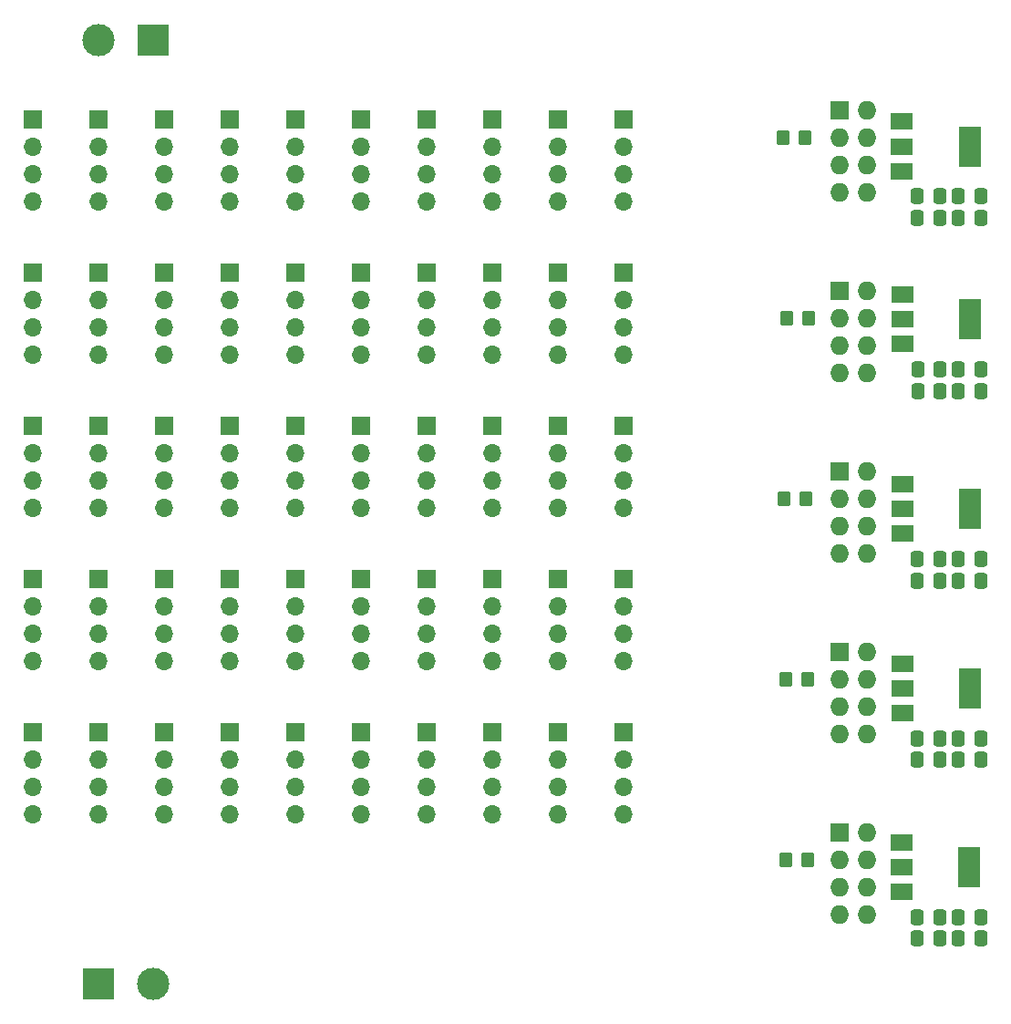
<source format=gbr>
%TF.GenerationSoftware,KiCad,Pcbnew,(6.0.4)*%
%TF.CreationDate,2022-04-03T13:08:36+08:00*%
%TF.ProjectId,Main_Board_Master,4d61696e-5f42-46f6-9172-645f4d617374,rev?*%
%TF.SameCoordinates,Original*%
%TF.FileFunction,Soldermask,Top*%
%TF.FilePolarity,Negative*%
%FSLAX46Y46*%
G04 Gerber Fmt 4.6, Leading zero omitted, Abs format (unit mm)*
G04 Created by KiCad (PCBNEW (6.0.4)) date 2022-04-03 13:08:36*
%MOMM*%
%LPD*%
G01*
G04 APERTURE LIST*
G04 Aperture macros list*
%AMRoundRect*
0 Rectangle with rounded corners*
0 $1 Rounding radius*
0 $2 $3 $4 $5 $6 $7 $8 $9 X,Y pos of 4 corners*
0 Add a 4 corners polygon primitive as box body*
4,1,4,$2,$3,$4,$5,$6,$7,$8,$9,$2,$3,0*
0 Add four circle primitives for the rounded corners*
1,1,$1+$1,$2,$3*
1,1,$1+$1,$4,$5*
1,1,$1+$1,$6,$7*
1,1,$1+$1,$8,$9*
0 Add four rect primitives between the rounded corners*
20,1,$1+$1,$2,$3,$4,$5,0*
20,1,$1+$1,$4,$5,$6,$7,0*
20,1,$1+$1,$6,$7,$8,$9,0*
20,1,$1+$1,$8,$9,$2,$3,0*%
G04 Aperture macros list end*
%ADD10R,1.700000X1.700000*%
%ADD11O,1.700000X1.700000*%
%ADD12R,3.000000X3.000000*%
%ADD13C,3.000000*%
%ADD14RoundRect,0.250000X-0.337500X-0.475000X0.337500X-0.475000X0.337500X0.475000X-0.337500X0.475000X0*%
%ADD15RoundRect,0.250000X0.337500X0.475000X-0.337500X0.475000X-0.337500X-0.475000X0.337500X-0.475000X0*%
%ADD16RoundRect,0.249999X0.350001X0.450001X-0.350001X0.450001X-0.350001X-0.450001X0.350001X-0.450001X0*%
%ADD17R,1.727200X1.727200*%
%ADD18O,1.727200X1.727200*%
%ADD19R,2.000000X1.500000*%
%ADD20R,2.000000X3.800000*%
G04 APERTURE END LIST*
D10*
%TO.C,J1*%
X229666800Y-31927800D03*
D11*
X229666800Y-34467800D03*
X229666800Y-37007800D03*
X229666800Y-39547800D03*
%TD*%
D10*
%TO.C,J2*%
X223570800Y-31927800D03*
D11*
X223570800Y-34467800D03*
X223570800Y-37007800D03*
X223570800Y-39547800D03*
%TD*%
D10*
%TO.C,J3*%
X217474800Y-31927800D03*
D11*
X217474800Y-34467800D03*
X217474800Y-37007800D03*
X217474800Y-39547800D03*
%TD*%
D10*
%TO.C,J4*%
X211378800Y-31927800D03*
D11*
X211378800Y-34467800D03*
X211378800Y-37007800D03*
X211378800Y-39547800D03*
%TD*%
D10*
%TO.C,J5*%
X205282800Y-31927800D03*
D11*
X205282800Y-34467800D03*
X205282800Y-37007800D03*
X205282800Y-39547800D03*
%TD*%
D10*
%TO.C,J6*%
X199186800Y-31927800D03*
D11*
X199186800Y-34467800D03*
X199186800Y-37007800D03*
X199186800Y-39547800D03*
%TD*%
D10*
%TO.C,J7*%
X193090800Y-31927800D03*
D11*
X193090800Y-34467800D03*
X193090800Y-37007800D03*
X193090800Y-39547800D03*
%TD*%
D10*
%TO.C,J8*%
X186994800Y-31927800D03*
D11*
X186994800Y-34467800D03*
X186994800Y-37007800D03*
X186994800Y-39547800D03*
%TD*%
D10*
%TO.C,J9*%
X180898800Y-31927800D03*
D11*
X180898800Y-34467800D03*
X180898800Y-37007800D03*
X180898800Y-39547800D03*
%TD*%
D10*
%TO.C,J10*%
X174802800Y-31927800D03*
D11*
X174802800Y-34467800D03*
X174802800Y-37007800D03*
X174802800Y-39547800D03*
%TD*%
D10*
%TO.C,J12*%
X229666800Y-46151800D03*
D11*
X229666800Y-48691800D03*
X229666800Y-51231800D03*
X229666800Y-53771800D03*
%TD*%
D10*
%TO.C,J13*%
X223570800Y-46151800D03*
D11*
X223570800Y-48691800D03*
X223570800Y-51231800D03*
X223570800Y-53771800D03*
%TD*%
D10*
%TO.C,J14*%
X217474800Y-46151800D03*
D11*
X217474800Y-48691800D03*
X217474800Y-51231800D03*
X217474800Y-53771800D03*
%TD*%
D10*
%TO.C,J15*%
X211378800Y-46151800D03*
D11*
X211378800Y-48691800D03*
X211378800Y-51231800D03*
X211378800Y-53771800D03*
%TD*%
D10*
%TO.C,J16*%
X205282800Y-46151800D03*
D11*
X205282800Y-48691800D03*
X205282800Y-51231800D03*
X205282800Y-53771800D03*
%TD*%
D10*
%TO.C,J17*%
X199186800Y-46151800D03*
D11*
X199186800Y-48691800D03*
X199186800Y-51231800D03*
X199186800Y-53771800D03*
%TD*%
D10*
%TO.C,J18*%
X193090800Y-46151800D03*
D11*
X193090800Y-48691800D03*
X193090800Y-51231800D03*
X193090800Y-53771800D03*
%TD*%
D10*
%TO.C,J19*%
X186994800Y-46151800D03*
D11*
X186994800Y-48691800D03*
X186994800Y-51231800D03*
X186994800Y-53771800D03*
%TD*%
D10*
%TO.C,J20*%
X180898800Y-46151800D03*
D11*
X180898800Y-48691800D03*
X180898800Y-51231800D03*
X180898800Y-53771800D03*
%TD*%
D10*
%TO.C,J21*%
X174802800Y-46151800D03*
D11*
X174802800Y-48691800D03*
X174802800Y-51231800D03*
X174802800Y-53771800D03*
%TD*%
D10*
%TO.C,J23*%
X229666800Y-60375800D03*
D11*
X229666800Y-62915800D03*
X229666800Y-65455800D03*
X229666800Y-67995800D03*
%TD*%
D10*
%TO.C,J24*%
X223570800Y-60375800D03*
D11*
X223570800Y-62915800D03*
X223570800Y-65455800D03*
X223570800Y-67995800D03*
%TD*%
D10*
%TO.C,J25*%
X217474800Y-60375800D03*
D11*
X217474800Y-62915800D03*
X217474800Y-65455800D03*
X217474800Y-67995800D03*
%TD*%
D10*
%TO.C,J26*%
X211378800Y-60375800D03*
D11*
X211378800Y-62915800D03*
X211378800Y-65455800D03*
X211378800Y-67995800D03*
%TD*%
D10*
%TO.C,J27*%
X205282800Y-60375800D03*
D11*
X205282800Y-62915800D03*
X205282800Y-65455800D03*
X205282800Y-67995800D03*
%TD*%
D10*
%TO.C,J28*%
X199186800Y-60375800D03*
D11*
X199186800Y-62915800D03*
X199186800Y-65455800D03*
X199186800Y-67995800D03*
%TD*%
D10*
%TO.C,J29*%
X193090800Y-60375800D03*
D11*
X193090800Y-62915800D03*
X193090800Y-65455800D03*
X193090800Y-67995800D03*
%TD*%
D10*
%TO.C,J30*%
X186994800Y-60375800D03*
D11*
X186994800Y-62915800D03*
X186994800Y-65455800D03*
X186994800Y-67995800D03*
%TD*%
D10*
%TO.C,J31*%
X180898800Y-60375800D03*
D11*
X180898800Y-62915800D03*
X180898800Y-65455800D03*
X180898800Y-67995800D03*
%TD*%
D10*
%TO.C,J32*%
X174802800Y-60375800D03*
D11*
X174802800Y-62915800D03*
X174802800Y-65455800D03*
X174802800Y-67995800D03*
%TD*%
D10*
%TO.C,J34*%
X229666800Y-74599800D03*
D11*
X229666800Y-77139800D03*
X229666800Y-79679800D03*
X229666800Y-82219800D03*
%TD*%
D10*
%TO.C,J35*%
X223570800Y-74599800D03*
D11*
X223570800Y-77139800D03*
X223570800Y-79679800D03*
X223570800Y-82219800D03*
%TD*%
D10*
%TO.C,J36*%
X217474800Y-74599800D03*
D11*
X217474800Y-77139800D03*
X217474800Y-79679800D03*
X217474800Y-82219800D03*
%TD*%
D10*
%TO.C,J37*%
X211378800Y-74599800D03*
D11*
X211378800Y-77139800D03*
X211378800Y-79679800D03*
X211378800Y-82219800D03*
%TD*%
D10*
%TO.C,J38*%
X205282800Y-74599800D03*
D11*
X205282800Y-77139800D03*
X205282800Y-79679800D03*
X205282800Y-82219800D03*
%TD*%
D10*
%TO.C,J39*%
X199186800Y-74599800D03*
D11*
X199186800Y-77139800D03*
X199186800Y-79679800D03*
X199186800Y-82219800D03*
%TD*%
D10*
%TO.C,J40*%
X193090800Y-74599800D03*
D11*
X193090800Y-77139800D03*
X193090800Y-79679800D03*
X193090800Y-82219800D03*
%TD*%
D10*
%TO.C,J41*%
X186994800Y-74599800D03*
D11*
X186994800Y-77139800D03*
X186994800Y-79679800D03*
X186994800Y-82219800D03*
%TD*%
D10*
%TO.C,J42*%
X180898800Y-74599800D03*
D11*
X180898800Y-77139800D03*
X180898800Y-79679800D03*
X180898800Y-82219800D03*
%TD*%
D10*
%TO.C,J43*%
X174802800Y-74599800D03*
D11*
X174802800Y-77139800D03*
X174802800Y-79679800D03*
X174802800Y-82219800D03*
%TD*%
D10*
%TO.C,J45*%
X229666800Y-88823800D03*
D11*
X229666800Y-91363800D03*
X229666800Y-93903800D03*
X229666800Y-96443800D03*
%TD*%
D10*
%TO.C,J46*%
X223570800Y-88823800D03*
D11*
X223570800Y-91363800D03*
X223570800Y-93903800D03*
X223570800Y-96443800D03*
%TD*%
D10*
%TO.C,J47*%
X217474800Y-88823800D03*
D11*
X217474800Y-91363800D03*
X217474800Y-93903800D03*
X217474800Y-96443800D03*
%TD*%
D10*
%TO.C,J48*%
X211378800Y-88823800D03*
D11*
X211378800Y-91363800D03*
X211378800Y-93903800D03*
X211378800Y-96443800D03*
%TD*%
D10*
%TO.C,J49*%
X205282800Y-88823800D03*
D11*
X205282800Y-91363800D03*
X205282800Y-93903800D03*
X205282800Y-96443800D03*
%TD*%
D10*
%TO.C,J50*%
X199186800Y-88823800D03*
D11*
X199186800Y-91363800D03*
X199186800Y-93903800D03*
X199186800Y-96443800D03*
%TD*%
D10*
%TO.C,J51*%
X193090800Y-88823800D03*
D11*
X193090800Y-91363800D03*
X193090800Y-93903800D03*
X193090800Y-96443800D03*
%TD*%
D10*
%TO.C,J52*%
X186994800Y-88823800D03*
D11*
X186994800Y-91363800D03*
X186994800Y-93903800D03*
X186994800Y-96443800D03*
%TD*%
D10*
%TO.C,J53*%
X180898800Y-88823800D03*
D11*
X180898800Y-91363800D03*
X180898800Y-93903800D03*
X180898800Y-96443800D03*
%TD*%
D10*
%TO.C,J54*%
X174802800Y-88823800D03*
D11*
X174802800Y-91363800D03*
X174802800Y-93903800D03*
X174802800Y-96443800D03*
%TD*%
D12*
%TO.C,J56*%
X180898800Y-112191800D03*
D13*
X185978800Y-112191800D03*
%TD*%
D14*
%TO.C,C1*%
X256921000Y-41122600D03*
X258996000Y-41122600D03*
%TD*%
%TO.C,C2*%
X256924900Y-39116000D03*
X258999900Y-39116000D03*
%TD*%
D15*
%TO.C,C3*%
X262809900Y-39116000D03*
X260734900Y-39116000D03*
%TD*%
%TO.C,C4*%
X262809900Y-41122600D03*
X260734900Y-41122600D03*
%TD*%
D14*
%TO.C,C5*%
X256950300Y-57175400D03*
X259025300Y-57175400D03*
%TD*%
%TO.C,C6*%
X256950300Y-55168800D03*
X259025300Y-55168800D03*
%TD*%
D15*
%TO.C,C7*%
X262809900Y-55168800D03*
X260734900Y-55168800D03*
%TD*%
%TO.C,C8*%
X262809900Y-57175400D03*
X260734900Y-57175400D03*
%TD*%
D14*
%TO.C,C9*%
X256923400Y-74792900D03*
X258998400Y-74792900D03*
%TD*%
%TO.C,C10*%
X256924900Y-72796400D03*
X258999900Y-72796400D03*
%TD*%
D15*
%TO.C,C11*%
X262809900Y-72796400D03*
X260734900Y-72796400D03*
%TD*%
%TO.C,C12*%
X262809900Y-74803000D03*
X260734900Y-74803000D03*
%TD*%
D14*
%TO.C,C13*%
X256924900Y-91440000D03*
X258999900Y-91440000D03*
%TD*%
%TO.C,C14*%
X256924900Y-89433400D03*
X258999900Y-89433400D03*
%TD*%
D15*
%TO.C,C15*%
X262809900Y-89433400D03*
X260734900Y-89433400D03*
%TD*%
%TO.C,C16*%
X262809900Y-91440000D03*
X260734900Y-91440000D03*
%TD*%
D14*
%TO.C,C17*%
X256924900Y-108026200D03*
X258999900Y-108026200D03*
%TD*%
%TO.C,C18*%
X256931600Y-106020500D03*
X259006600Y-106020500D03*
%TD*%
D15*
%TO.C,C19*%
X262809900Y-106019600D03*
X260734900Y-106019600D03*
%TD*%
%TO.C,C20*%
X262809900Y-108026200D03*
X260734900Y-108026200D03*
%TD*%
D12*
%TO.C,J57*%
X185978800Y-24612600D03*
D13*
X180898800Y-24612600D03*
%TD*%
D16*
%TO.C,R1*%
X246440200Y-33629600D03*
X244440200Y-33629600D03*
%TD*%
%TO.C,R2*%
X246795800Y-50393600D03*
X244795800Y-50393600D03*
%TD*%
%TO.C,R3*%
X246541800Y-67208400D03*
X244541800Y-67208400D03*
%TD*%
%TO.C,R4*%
X246694200Y-83947000D03*
X244694200Y-83947000D03*
%TD*%
%TO.C,R5*%
X246694200Y-100711000D03*
X244694200Y-100711000D03*
%TD*%
D17*
%TO.C,U1*%
X249656600Y-31089600D03*
D18*
X252196600Y-31089600D03*
X249656600Y-33629600D03*
X252196600Y-33629600D03*
X249656600Y-36169600D03*
X252196600Y-36169600D03*
X249656600Y-38709600D03*
X252196600Y-38709600D03*
%TD*%
D17*
%TO.C,U2*%
X249656600Y-47859950D03*
D18*
X252196600Y-47859950D03*
X249656600Y-50399950D03*
X252196600Y-50399950D03*
X249656600Y-52939950D03*
X252196600Y-52939950D03*
X249656600Y-55479950D03*
X252196600Y-55479950D03*
%TD*%
D17*
%TO.C,U3*%
X249656600Y-64630300D03*
D18*
X252196600Y-64630300D03*
X249656600Y-67170300D03*
X252196600Y-67170300D03*
X249656600Y-69710300D03*
X252196600Y-69710300D03*
X249656600Y-72250300D03*
X252196600Y-72250300D03*
%TD*%
D17*
%TO.C,U4*%
X249656600Y-81400650D03*
D18*
X252196600Y-81400650D03*
X249656600Y-83940650D03*
X252196600Y-83940650D03*
X249656600Y-86480650D03*
X252196600Y-86480650D03*
X249656600Y-89020650D03*
X252196600Y-89020650D03*
%TD*%
D17*
%TO.C,U5*%
X249656600Y-98171000D03*
D18*
X252196600Y-98171000D03*
X249656600Y-100711000D03*
X252196600Y-100711000D03*
X249656600Y-103251000D03*
X252196600Y-103251000D03*
X249656600Y-105791000D03*
X252196600Y-105791000D03*
%TD*%
D19*
%TO.C,U6*%
X255472800Y-32167800D03*
D20*
X261772800Y-34467800D03*
D19*
X255472800Y-34467800D03*
X255472800Y-36767800D03*
%TD*%
%TO.C,U7*%
X255523600Y-48220600D03*
D20*
X261823600Y-50520600D03*
D19*
X255523600Y-50520600D03*
X255523600Y-52820600D03*
%TD*%
%TO.C,U8*%
X255523600Y-65848200D03*
X255523600Y-68148200D03*
D20*
X261823600Y-68148200D03*
D19*
X255523600Y-70448200D03*
%TD*%
%TO.C,U9*%
X255498200Y-82485200D03*
D20*
X261798200Y-84785200D03*
D19*
X255498200Y-84785200D03*
X255498200Y-87085200D03*
%TD*%
%TO.C,U10*%
X255422000Y-99096800D03*
D20*
X261722000Y-101396800D03*
D19*
X255422000Y-101396800D03*
X255422000Y-103696800D03*
%TD*%
M02*

</source>
